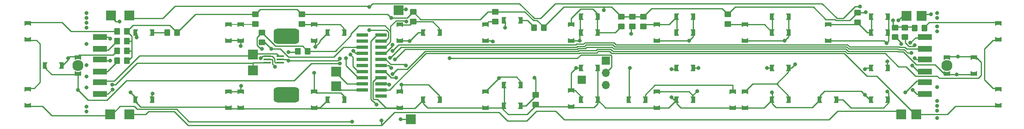
<source format=gbr>
%TF.GenerationSoftware,KiCad,Pcbnew,(6.0.1-0)*%
%TF.CreationDate,2022-12-14T20:54:25+01:00*%
%TF.ProjectId,Blokkendoos_binnenverlichting,426c6f6b-6b65-46e6-946f-6f735f62696e,rev?*%
%TF.SameCoordinates,Original*%
%TF.FileFunction,Copper,L1,Top*%
%TF.FilePolarity,Positive*%
%FSLAX46Y46*%
G04 Gerber Fmt 4.6, Leading zero omitted, Abs format (unit mm)*
G04 Created by KiCad (PCBNEW (6.0.1-0)) date 2022-12-14 20:54:25*
%MOMM*%
%LPD*%
G01*
G04 APERTURE LIST*
G04 Aperture macros list*
%AMRoundRect*
0 Rectangle with rounded corners*
0 $1 Rounding radius*
0 $2 $3 $4 $5 $6 $7 $8 $9 X,Y pos of 4 corners*
0 Add a 4 corners polygon primitive as box body*
4,1,4,$2,$3,$4,$5,$6,$7,$8,$9,$2,$3,0*
0 Add four circle primitives for the rounded corners*
1,1,$1+$1,$2,$3*
1,1,$1+$1,$4,$5*
1,1,$1+$1,$6,$7*
1,1,$1+$1,$8,$9*
0 Add four rect primitives between the rounded corners*
20,1,$1+$1,$2,$3,$4,$5,0*
20,1,$1+$1,$4,$5,$6,$7,0*
20,1,$1+$1,$6,$7,$8,$9,0*
20,1,$1+$1,$8,$9,$2,$3,0*%
%AMFreePoly0*
4,1,32,0.252355,0.660355,0.267000,0.625000,0.267000,-0.625000,0.252355,-0.660355,0.217000,-0.675000,-0.638000,-0.675000,-0.648491,-0.670654,-0.659828,-0.669984,-0.665486,-0.663615,-0.673355,-0.660355,-0.677701,-0.649864,-0.685243,-0.641373,-0.684740,-0.632870,-0.688000,-0.625000,-0.683654,-0.614509,-0.682984,-0.603172,-0.538452,-0.305318,-0.496471,0.000000,-0.538452,0.305318,-0.682984,0.603172,
-0.683654,0.614509,-0.688000,0.625000,-0.684740,0.632870,-0.685243,0.641373,-0.677701,0.649864,-0.673355,0.660355,-0.665486,0.663615,-0.659828,0.669984,-0.648491,0.670654,-0.638000,0.675000,0.217000,0.675000,0.252355,0.660355,0.252355,0.660355,$1*%
G04 Aperture macros list end*
%TA.AperFunction,SMDPad,CuDef*%
%ADD10R,3.000000X1.200000*%
%TD*%
%TA.AperFunction,SMDPad,CuDef*%
%ADD11FreePoly0,180.000000*%
%TD*%
%TA.AperFunction,SMDPad,CuDef*%
%ADD12FreePoly0,0.000000*%
%TD*%
%TA.AperFunction,SMDPad,CuDef*%
%ADD13RoundRect,0.250000X-0.450000X0.350000X-0.450000X-0.350000X0.450000X-0.350000X0.450000X0.350000X0*%
%TD*%
%TA.AperFunction,SMDPad,CuDef*%
%ADD14FreePoly0,270.000000*%
%TD*%
%TA.AperFunction,SMDPad,CuDef*%
%ADD15FreePoly0,90.000000*%
%TD*%
%TA.AperFunction,SMDPad,CuDef*%
%ADD16RoundRect,0.250000X-0.350000X-0.450000X0.350000X-0.450000X0.350000X0.450000X-0.350000X0.450000X0*%
%TD*%
%TA.AperFunction,SMDPad,CuDef*%
%ADD17R,2.000000X2.000000*%
%TD*%
%TA.AperFunction,ComponentPad*%
%ADD18R,1.700000X1.700000*%
%TD*%
%TA.AperFunction,ComponentPad*%
%ADD19O,1.700000X1.700000*%
%TD*%
%TA.AperFunction,SMDPad,CuDef*%
%ADD20RoundRect,0.250000X0.350000X0.450000X-0.350000X0.450000X-0.350000X-0.450000X0.350000X-0.450000X0*%
%TD*%
%TA.AperFunction,ComponentPad*%
%ADD21RoundRect,0.805000X-1.860000X-0.805000X1.860000X-0.805000X1.860000X0.805000X-1.860000X0.805000X0*%
%TD*%
%TA.AperFunction,SMDPad,CuDef*%
%ADD22R,1.500000X0.400000*%
%TD*%
%TA.AperFunction,SMDPad,CuDef*%
%ADD23RoundRect,0.250000X0.450000X-0.350000X0.450000X0.350000X-0.450000X0.350000X-0.450000X-0.350000X0*%
%TD*%
%TA.AperFunction,SMDPad,CuDef*%
%ADD24R,2.400000X0.740000*%
%TD*%
%TA.AperFunction,WasherPad*%
%ADD25C,2.300000*%
%TD*%
%TA.AperFunction,ViaPad*%
%ADD26C,0.800000*%
%TD*%
%TA.AperFunction,Conductor*%
%ADD27C,0.250000*%
%TD*%
%TA.AperFunction,Conductor*%
%ADD28C,0.200000*%
%TD*%
G04 APERTURE END LIST*
D10*
%TO.P,D39,1,K*%
%TO.N,Net-(D39-Pad1)*%
X85600000Y-5950000D03*
%TO.P,D39,2,A*%
%TO.N,Net-(D39-Pad2)*%
X85600000Y-3450000D03*
%TD*%
D11*
%TO.P,D13,1,K*%
%TO.N,Net-(D13-Pad1)*%
X-18664000Y6858000D03*
D12*
%TO.P,D13,2,A*%
%TO.N,Net-(D13-Pad2)*%
X-14864000Y6858000D03*
%TD*%
D13*
%TO.P,R21,1*%
%TO.N,VPP*%
X81468000Y7900000D03*
%TO.P,R21,2*%
%TO.N,Net-(D40-Pad2)*%
X81468000Y5900000D03*
%TD*%
D12*
%TO.P,D19,1,K*%
%TO.N,Net-(D19-Pad1)*%
X37714000Y6858000D03*
D11*
%TO.P,D19,2,A*%
%TO.N,Net-(D19-Pad2)*%
X33914000Y6858000D03*
%TD*%
D13*
%TO.P,R12,1*%
%TO.N,VPP*%
X-3556000Y11160000D03*
%TO.P,R12,2*%
%TO.N,Net-(D56-Pad2)*%
X-3556000Y9160000D03*
%TD*%
D14*
%TO.P,D10,1,K*%
%TO.N,/Aux1*%
X-56388000Y-9012000D03*
D15*
%TO.P,D10,2,A*%
%TO.N,Net-(D10-Pad2)*%
X-56388000Y-5212000D03*
%TD*%
D16*
%TO.P,R7,1*%
%TO.N,/Aux5*%
X-44500000Y3000000D03*
%TO.P,R7,2*%
%TO.N,GND*%
X-42500000Y3000000D03*
%TD*%
D14*
%TO.P,D51,1,K*%
%TO.N,/Aux1*%
X-23368000Y-9012000D03*
D15*
%TO.P,D51,2,A*%
%TO.N,Net-(D13-Pad1)*%
X-23368000Y-5212000D03*
%TD*%
D17*
%TO.P,J15,1,Pin_1*%
%TO.N,/Aux6p*%
X-53848000Y2300000D03*
%TD*%
%TO.P,J1,1,Pin_1*%
%TO.N,/Gleis 2*%
X-79500000Y10414000D03*
%TD*%
D14*
%TO.P,D38,1,K*%
%TO.N,/Aux1*%
X-58928000Y-9012000D03*
D15*
%TO.P,D38,2,A*%
%TO.N,Net-(D10-Pad2)*%
X-58928000Y-5212000D03*
%TD*%
D18*
%TO.P,J17,1,Pin_1*%
%TO.N,VPP*%
X19400000Y1025000D03*
D19*
%TO.P,J17,2,Pin_2*%
%TO.N,GND*%
X19400000Y-1515000D03*
%TO.P,J17,3,Pin_3*%
%TO.N,/Charge*%
X19400000Y-4055000D03*
%TD*%
D11*
%TO.P,D17,1,K*%
%TO.N,Net-(D17-Pad1)*%
X14102000Y6858000D03*
D12*
%TO.P,D17,2,A*%
%TO.N,Net-(D17-Pad2)*%
X17902000Y6858000D03*
%TD*%
D20*
%TO.P,R2,1*%
%TO.N,VPP*%
X-80026000Y7112000D03*
%TO.P,R2,2*%
%TO.N,Net-(D3-Pad2)*%
X-82026000Y7112000D03*
%TD*%
D11*
%TO.P,D32,1,K*%
%TO.N,/Aux1*%
X74300000Y-508000D03*
D12*
%TO.P,D32,2,A*%
%TO.N,Net-(D23-Pad1)*%
X78100000Y-508000D03*
%TD*%
D14*
%TO.P,D9,1,K*%
%TO.N,Net-(D10-Pad2)*%
X-56388000Y4958000D03*
D15*
%TO.P,D9,2,A*%
%TO.N,Net-(D50-Pad2)*%
X-56388000Y8758000D03*
%TD*%
D20*
%TO.P,R23,1*%
%TO.N,VPP*%
X-80010000Y1016000D03*
%TO.P,R23,2*%
%TO.N,Net-(D44-Pad2)*%
X-82010000Y1016000D03*
%TD*%
D11*
%TO.P,D27,1,K*%
%TO.N,/Aux1*%
X63632000Y-7112000D03*
D12*
%TO.P,D27,2,A*%
%TO.N,Net-(D23-Pad1)*%
X67432000Y-7112000D03*
%TD*%
%TO.P,D18,1,K*%
%TO.N,/Aux1*%
X17902000Y-7112000D03*
D11*
%TO.P,D18,2,A*%
%TO.N,Net-(D17-Pad1)*%
X14102000Y-7112000D03*
%TD*%
D20*
%TO.P,R1,1*%
%TO.N,VPP*%
X6500000Y7900000D03*
%TO.P,R1,2*%
%TO.N,Net-(D15-Pad2)*%
X4500000Y7900000D03*
%TD*%
D11*
%TO.P,D14,1,K*%
%TO.N,/Aux1*%
X-18664000Y-7112000D03*
D12*
%TO.P,D14,2,A*%
%TO.N,Net-(D13-Pad1)*%
X-14864000Y-7112000D03*
%TD*%
D17*
%TO.P,J9,1,Pin_1*%
%TO.N,/Aux1*%
X84900000Y10300000D03*
%TD*%
D14*
%TO.P,D6,1,K*%
%TO.N,Net-(D2-Pad2)*%
X100838000Y5212000D03*
D15*
%TO.P,D6,2,A*%
%TO.N,Net-(D6-Pad2)*%
X100838000Y9012000D03*
%TD*%
D12*
%TO.P,D36,1,K*%
%TO.N,Net-(D23-Pad1)*%
X78100000Y10160000D03*
D11*
%TO.P,D36,2,A*%
%TO.N,Net-(D23-Pad2)*%
X74300000Y10160000D03*
%TD*%
D10*
%TO.P,D45,1,K*%
%TO.N,/Aux6p*%
X-85560000Y-3450000D03*
%TO.P,D45,2,A*%
%TO.N,Net-(D43-Pad1)*%
X-85560000Y-5950000D03*
%TD*%
%TO.P,D40,1,K*%
%TO.N,/F0r*%
X85600000Y-1250000D03*
%TO.P,D40,2,A*%
%TO.N,Net-(D40-Pad2)*%
X85600000Y1250000D03*
%TD*%
D21*
%TO.P,J16,1,Pin_1*%
%TO.N,/Motor1*%
X-46873000Y6075000D03*
%TO.P,J16,2,Pin_2*%
%TO.N,/Motor2*%
X-46873000Y-6075000D03*
%TD*%
D20*
%TO.P,R5,1*%
%TO.N,VPP*%
X-69612000Y6858000D03*
%TO.P,R5,2*%
%TO.N,Net-(D7-Pad2)*%
X-71612000Y6858000D03*
%TD*%
D17*
%TO.P,J5,1,Pin_1*%
%TO.N,/Aux3*%
X83800000Y-10160000D03*
%TD*%
D13*
%TO.P,R26,1*%
%TO.N,Net-(D15-Pad1)*%
X4800000Y-6100000D03*
%TO.P,R26,2*%
%TO.N,/Aux1*%
X4800000Y-8100000D03*
%TD*%
D17*
%TO.P,J14,1,Pin_1*%
%TO.N,/Aux5p*%
X-53848000Y-1000000D03*
%TD*%
%TO.P,J4,1,Pin_1*%
%TO.N,/Aux2*%
X-83500000Y-10160000D03*
%TD*%
D16*
%TO.P,R4,1*%
%TO.N,VPP*%
X83500000Y7800000D03*
%TO.P,R4,2*%
%TO.N,Net-(D6-Pad2)*%
X85500000Y7800000D03*
%TD*%
D17*
%TO.P,J10,1,Pin_1*%
%TO.N,/Sp1*%
X-36576000Y-1300000D03*
%TD*%
D11*
%TO.P,D24,1,K*%
%TO.N,/Aux1*%
X74300000Y-7112000D03*
D12*
%TO.P,D24,2,A*%
%TO.N,Net-(D23-Pad1)*%
X78100000Y-7112000D03*
%TD*%
D14*
%TO.P,D62,1,K*%
%TO.N,Net-(D21-Pad1)*%
X48260000Y4958000D03*
D15*
%TO.P,D62,2,A*%
%TO.N,Net-(D21-Pad2)*%
X48260000Y8758000D03*
%TD*%
D11*
%TO.P,D12,1,K*%
%TO.N,/Aux1*%
X-38476000Y-7112000D03*
D12*
%TO.P,D12,2,A*%
%TO.N,Net-(D11-Pad1)*%
X-34676000Y-7112000D03*
%TD*%
D17*
%TO.P,J7,1,Pin_1*%
%TO.N,/Gleis 1*%
X-79500000Y-10160000D03*
%TD*%
D11*
%TO.P,D33,1,K*%
%TO.N,Net-(D17-Pad1)*%
X14102000Y10160000D03*
D12*
%TO.P,D33,2,A*%
%TO.N,Net-(D17-Pad2)*%
X17902000Y10160000D03*
%TD*%
D11*
%TO.P,D22,1,K*%
%TO.N,/Aux1*%
X53726000Y-7112000D03*
D12*
%TO.P,D22,2,A*%
%TO.N,Net-(D21-Pad1)*%
X57526000Y-7112000D03*
%TD*%
D10*
%TO.P,D43,1,K*%
%TO.N,Net-(D43-Pad1)*%
X-85560000Y5950000D03*
%TO.P,D43,2,A*%
%TO.N,Net-(D43-Pad2)*%
X-85560000Y3450000D03*
%TD*%
D14*
%TO.P,D3,1,K*%
%TO.N,Net-(D1-Pad2)*%
X-100584000Y5212000D03*
D15*
%TO.P,D3,2,A*%
%TO.N,Net-(D3-Pad2)*%
X-100584000Y9012000D03*
%TD*%
D11*
%TO.P,D8,1,K*%
%TO.N,/Aux1*%
X-78354000Y-7112000D03*
D12*
%TO.P,D8,2,A*%
%TO.N,Net-(D7-Pad1)*%
X-74554000Y-7112000D03*
%TD*%
D11*
%TO.P,D28,1,K*%
%TO.N,/Aux1*%
X-1900000Y-4064000D03*
D12*
%TO.P,D28,2,A*%
%TO.N,Net-(D28-Pad2)*%
X1900000Y-4064000D03*
%TD*%
D22*
%TO.P,Q1,1,S*%
%TO.N,GND*%
X-48200000Y620000D03*
%TO.P,Q1,2,G*%
%TO.N,/Aux5*%
X-48200000Y1270000D03*
%TO.P,Q1,3,D*%
%TO.N,/Aux6p*%
X-48200000Y1920000D03*
%TO.P,Q1,4,S*%
%TO.N,GND*%
X-50860000Y1920000D03*
%TO.P,Q1,5,G*%
%TO.N,/Aux6*%
X-50860000Y1270000D03*
%TO.P,Q1,6,D*%
%TO.N,/Aux5p*%
X-50860000Y620000D03*
%TD*%
D11*
%TO.P,D31,1,K*%
%TO.N,/Aux1*%
X53726000Y-508000D03*
D12*
%TO.P,D31,2,A*%
%TO.N,Net-(D21-Pad1)*%
X57526000Y-508000D03*
%TD*%
D13*
%TO.P,R25,1*%
%TO.N,VPP*%
X-43688000Y10652000D03*
%TO.P,R25,2*%
%TO.N,Net-(D11-Pad2)*%
X-43688000Y8652000D03*
%TD*%
D14*
%TO.P,D49,1,K*%
%TO.N,/Aux1*%
X-41148000Y-9012000D03*
D15*
%TO.P,D49,2,A*%
%TO.N,Net-(D11-Pad1)*%
X-41148000Y-5212000D03*
%TD*%
D13*
%TO.P,R8,1*%
%TO.N,VPP*%
X-20574000Y11160000D03*
%TO.P,R8,2*%
%TO.N,Net-(D13-Pad2)*%
X-20574000Y9160000D03*
%TD*%
D14*
%TO.P,D63,1,K*%
%TO.N,Net-(D23-Pad1)*%
X65532000Y4958000D03*
D15*
%TO.P,D63,2,A*%
%TO.N,Net-(D23-Pad2)*%
X65532000Y8758000D03*
%TD*%
D11*
%TO.P,D11,1,K*%
%TO.N,Net-(D11-Pad1)*%
X-38476000Y6858000D03*
D12*
%TO.P,D11,2,A*%
%TO.N,Net-(D11-Pad2)*%
X-34676000Y6858000D03*
%TD*%
D14*
%TO.P,D60,1,K*%
%TO.N,Net-(D19-Pad1)*%
X29972000Y4958000D03*
D15*
%TO.P,D60,2,A*%
%TO.N,Net-(D19-Pad2)*%
X29972000Y8758000D03*
%TD*%
D12*
%TO.P,D34,1,K*%
%TO.N,Net-(D19-Pad1)*%
X37714000Y10160000D03*
D11*
%TO.P,D34,2,A*%
%TO.N,Net-(D19-Pad2)*%
X33914000Y10160000D03*
%TD*%
D13*
%TO.P,R6,1*%
%TO.N,VPP*%
X-53340000Y10652000D03*
%TO.P,R6,2*%
%TO.N,Net-(D50-Pad2)*%
X-53340000Y8652000D03*
%TD*%
D14*
%TO.P,D57,1,K*%
%TO.N,/Aux1*%
X29972000Y-9012000D03*
D15*
%TO.P,D57,2,A*%
%TO.N,Net-(D19-Pad1)*%
X29972000Y-5212000D03*
%TD*%
D10*
%TO.P,D41,1,K*%
%TO.N,/F0f*%
X85600000Y3450000D03*
%TO.P,D41,2,A*%
%TO.N,Net-(D39-Pad1)*%
X85600000Y5950000D03*
%TD*%
D17*
%TO.P,J12,1,Pin_1*%
%TO.N,/Motor1*%
X-23622000Y11500000D03*
%TD*%
D11*
%TO.P,D30,1,K*%
%TO.N,/Aux1*%
X33914000Y-508000D03*
D12*
%TO.P,D30,2,A*%
%TO.N,Net-(D19-Pad1)*%
X37714000Y-508000D03*
%TD*%
D23*
%TO.P,R22,1*%
%TO.N,Net-(D39-Pad2)*%
X79436000Y5900000D03*
%TO.P,R22,2*%
%TO.N,VPP*%
X79436000Y7900000D03*
%TD*%
D14*
%TO.P,D5,1,K*%
%TO.N,/Aux4*%
X95758000Y-1900000D03*
D15*
%TO.P,D5,2,A*%
%TO.N,Net-(D4-Pad1)*%
X95758000Y1900000D03*
%TD*%
D17*
%TO.P,J8,1,Pin_1*%
%TO.N,/Gleis 1*%
X80700000Y-10160000D03*
%TD*%
D12*
%TO.P,D25,1,K*%
%TO.N,Net-(D25-Pad1)*%
X27808000Y-7112000D03*
D11*
%TO.P,D25,2,A*%
%TO.N,Net-(D25-Pad2)*%
X24008000Y-7112000D03*
%TD*%
D14*
%TO.P,D1,1,K*%
%TO.N,/Aux2*%
X-100584000Y-8504000D03*
D15*
%TO.P,D1,2,A*%
%TO.N,Net-(D1-Pad2)*%
X-100584000Y-4704000D03*
%TD*%
D11*
%TO.P,D4,1,K*%
%TO.N,Net-(D4-Pad1)*%
X-97150000Y0D03*
D12*
%TO.P,D4,2,A*%
%TO.N,Net-(D4-Pad2)*%
X-93350000Y0D03*
%TD*%
%TO.P,D21,1,K*%
%TO.N,Net-(D21-Pad1)*%
X57526000Y6858000D03*
D11*
%TO.P,D21,2,A*%
%TO.N,Net-(D21-Pad2)*%
X53726000Y6858000D03*
%TD*%
D17*
%TO.P,J11,1,Pin_1*%
%TO.N,/Sp2*%
X-36600000Y-4300000D03*
%TD*%
D24*
%TO.P,J2,1,Pin_1*%
%TO.N,unconnected-(J2-Pad1)*%
X-31160000Y6350000D03*
%TO.P,J2,2,Pin_2*%
%TO.N,unconnected-(J2-Pad2)*%
X-31160000Y5080000D03*
%TO.P,J2,3,Pin_3*%
%TO.N,/Aux6*%
X-31160000Y3810000D03*
%TO.P,J2,4,Pin_4*%
%TO.N,/Aux4*%
X-31160000Y2540000D03*
%TO.P,J2,5,Pin_5*%
%TO.N,unconnected-(J2-Pad5)*%
X-31160000Y1270000D03*
%TO.P,J2,6,Pin_6*%
%TO.N,unconnected-(J2-Pad6)*%
X-31160000Y0D03*
%TO.P,J2,7,Pin_7*%
%TO.N,/F0r*%
X-31160000Y-1270000D03*
%TO.P,J2,8,Pin_8*%
%TO.N,/F0f*%
X-31160000Y-2540000D03*
%TO.P,J2,9,Pin_9*%
%TO.N,/Sp1*%
X-31160000Y-3810000D03*
%TO.P,J2,10,Pin_10*%
%TO.N,/Sp2*%
X-31160000Y-5080000D03*
%TO.P,J2,12,Pin_12*%
%TO.N,unconnected-(J2-Pad12)*%
X-27260000Y-6350000D03*
%TO.P,J2,13,Pin_13*%
%TO.N,/Aux3*%
X-27260000Y-5080000D03*
%TO.P,J2,14,Pin_14*%
%TO.N,/Aux2*%
X-27260000Y-3810000D03*
%TO.P,J2,15,Pin_15*%
%TO.N,/Aux1*%
X-27260000Y-2540000D03*
%TO.P,J2,16,Pin_16*%
%TO.N,VPP*%
X-27260000Y-1270000D03*
%TO.P,J2,17,Pin_17*%
%TO.N,/Aux5*%
X-27260000Y0D03*
%TO.P,J2,18,Pin_18*%
%TO.N,/Motor2*%
X-27260000Y1270000D03*
%TO.P,J2,19,Pin_19*%
%TO.N,/Motor1*%
X-27260000Y2540000D03*
%TO.P,J2,20,Pin_20*%
%TO.N,GND*%
X-27260000Y3810000D03*
%TO.P,J2,21,Pin_21*%
%TO.N,/Gleis 2*%
X-27260000Y5080000D03*
%TO.P,J2,22,Pin_22*%
%TO.N,/Gleis 1*%
X-27260000Y6350000D03*
%TD*%
D11*
%TO.P,D20,1,K*%
%TO.N,/Aux1*%
X33914000Y-7112000D03*
D12*
%TO.P,D20,2,A*%
%TO.N,Net-(D19-Pad1)*%
X37714000Y-7112000D03*
%TD*%
D14*
%TO.P,D53,1,K*%
%TO.N,/Aux1*%
X-5588000Y-9012000D03*
D15*
%TO.P,D53,2,A*%
%TO.N,Net-(D28-Pad2)*%
X-5588000Y-5212000D03*
%TD*%
D20*
%TO.P,R3,1*%
%TO.N,VPP*%
X-80026000Y3048000D03*
%TO.P,R3,2*%
%TO.N,Net-(D4-Pad2)*%
X-82026000Y3048000D03*
%TD*%
D25*
%TO.P,D47,*%
%TO.N,*%
X-90170000Y0D03*
D14*
%TO.P,D47,1,K*%
%TO.N,Net-(D4-Pad1)*%
X-90170000Y-1900000D03*
D15*
%TO.P,D47,2,A*%
%TO.N,Net-(D4-Pad2)*%
X-90170000Y1900000D03*
%TD*%
D18*
%TO.P,J18,1,Pin_1*%
%TO.N,/Charge*%
X14375000Y-3000000D03*
%TD*%
D25*
%TO.P,D48,*%
%TO.N,*%
X90170000Y0D03*
D14*
%TO.P,D48,1,K*%
%TO.N,/Aux4*%
X90170000Y-1900000D03*
D15*
%TO.P,D48,2,A*%
%TO.N,Net-(D4-Pad1)*%
X90170000Y1900000D03*
%TD*%
D23*
%TO.P,R9,1*%
%TO.N,/Aux6*%
X-52000000Y4842000D03*
%TO.P,R9,2*%
%TO.N,GND*%
X-52000000Y6842000D03*
%TD*%
D17*
%TO.P,J13,1,Pin_1*%
%TO.N,/Motor2*%
X-21082000Y-11176000D03*
%TD*%
D14*
%TO.P,D50,1,K*%
%TO.N,Net-(D10-Pad2)*%
X-58928000Y4958000D03*
D15*
%TO.P,D50,2,A*%
%TO.N,Net-(D50-Pad2)*%
X-58928000Y8758000D03*
%TD*%
D17*
%TO.P,J3,1,Pin_1*%
%TO.N,/Gleis 2*%
X81800000Y10300000D03*
%TD*%
D14*
%TO.P,D26,1,K*%
%TO.N,/Aux1*%
X45720000Y-9012000D03*
D15*
%TO.P,D26,2,A*%
%TO.N,Net-(D25-Pad1)*%
X45720000Y-5212000D03*
%TD*%
D12*
%TO.P,D35,1,K*%
%TO.N,Net-(D21-Pad1)*%
X57526000Y10160000D03*
D11*
%TO.P,D35,2,A*%
%TO.N,Net-(D21-Pad2)*%
X53726000Y10160000D03*
%TD*%
D10*
%TO.P,D44,1,K*%
%TO.N,/Aux5p*%
X-85560000Y1250000D03*
%TO.P,D44,2,A*%
%TO.N,Net-(D44-Pad2)*%
X-85560000Y-1250000D03*
%TD*%
D14*
%TO.P,D52,1,K*%
%TO.N,Net-(D11-Pad1)*%
X-41148000Y4958000D03*
D15*
%TO.P,D52,2,A*%
%TO.N,Net-(D11-Pad2)*%
X-41148000Y8758000D03*
%TD*%
D14*
%TO.P,D2,1,K*%
%TO.N,/Aux3*%
X100838000Y-8504000D03*
D15*
%TO.P,D2,2,A*%
%TO.N,Net-(D2-Pad2)*%
X100838000Y-4704000D03*
%TD*%
D11*
%TO.P,D7,1,K*%
%TO.N,Net-(D7-Pad1)*%
X-78354000Y6858000D03*
D12*
%TO.P,D7,2,A*%
%TO.N,Net-(D7-Pad2)*%
X-74554000Y6858000D03*
%TD*%
D13*
%TO.P,R11,1*%
%TO.N,VPP*%
X27178000Y10144000D03*
%TO.P,R11,2*%
%TO.N,Net-(D19-Pad2)*%
X27178000Y8144000D03*
%TD*%
D12*
%TO.P,D23,1,K*%
%TO.N,Net-(D23-Pad1)*%
X78100000Y6858000D03*
D11*
%TO.P,D23,2,A*%
%TO.N,Net-(D23-Pad2)*%
X74300000Y6858000D03*
%TD*%
D12*
%TO.P,D29,1,K*%
%TO.N,/Aux1*%
X17902000Y-508000D03*
D11*
%TO.P,D29,2,A*%
%TO.N,Net-(D17-Pad1)*%
X14102000Y-508000D03*
%TD*%
D14*
%TO.P,D54,1,K*%
%TO.N,Net-(D13-Pad1)*%
X-23368000Y4958000D03*
D15*
%TO.P,D54,2,A*%
%TO.N,Net-(D13-Pad2)*%
X-23368000Y8758000D03*
%TD*%
D11*
%TO.P,D15,1,K*%
%TO.N,Net-(D15-Pad1)*%
X-1900000Y9398000D03*
D12*
%TO.P,D15,2,A*%
%TO.N,Net-(D15-Pad2)*%
X1900000Y9398000D03*
%TD*%
D13*
%TO.P,R13,1*%
%TO.N,VPP*%
X71628000Y11007600D03*
%TO.P,R13,2*%
%TO.N,Net-(D23-Pad2)*%
X71628000Y9007600D03*
%TD*%
%TO.P,R10,1*%
%TO.N,VPP*%
X22606000Y10144000D03*
%TO.P,R10,2*%
%TO.N,Net-(D17-Pad2)*%
X22606000Y8144000D03*
%TD*%
D14*
%TO.P,D56,1,K*%
%TO.N,Net-(D28-Pad2)*%
X-5588000Y4958000D03*
D15*
%TO.P,D56,2,A*%
%TO.N,Net-(D56-Pad2)*%
X-5588000Y8758000D03*
%TD*%
D14*
%TO.P,D58,1,K*%
%TO.N,Net-(D17-Pad1)*%
X12192000Y4958000D03*
D15*
%TO.P,D58,2,A*%
%TO.N,Net-(D17-Pad2)*%
X12192000Y8758000D03*
%TD*%
D20*
%TO.P,R24,1*%
%TO.N,VPP*%
X-80026000Y5080000D03*
%TO.P,R24,2*%
%TO.N,Net-(D43-Pad2)*%
X-82026000Y5080000D03*
%TD*%
D13*
%TO.P,R14,1*%
%TO.N,VPP*%
X24892000Y10144000D03*
%TO.P,R14,2*%
%TO.N,Net-(D25-Pad2)*%
X24892000Y8144000D03*
%TD*%
D17*
%TO.P,J6,1,Pin_1*%
%TO.N,/Aux1*%
X-83312000Y10414000D03*
%TD*%
D13*
%TO.P,R17,1*%
%TO.N,VPP*%
X44704000Y10652000D03*
%TO.P,R17,2*%
%TO.N,Net-(D21-Pad2)*%
X44704000Y8652000D03*
%TD*%
D14*
%TO.P,D59,1,K*%
%TO.N,/Aux1*%
X48260000Y-9012000D03*
D15*
%TO.P,D59,2,A*%
%TO.N,Net-(D21-Pad1)*%
X48260000Y-5212000D03*
%TD*%
D14*
%TO.P,D55,1,K*%
%TO.N,/Aux1*%
X12192000Y-8758000D03*
D15*
%TO.P,D55,2,A*%
%TO.N,Net-(D17-Pad1)*%
X12192000Y-4958000D03*
%TD*%
D11*
%TO.P,D16,1,K*%
%TO.N,/Aux1*%
X-1900000Y-8382000D03*
D12*
%TO.P,D16,2,A*%
%TO.N,Net-(D15-Pad1)*%
X1900000Y-8382000D03*
%TD*%
D26*
%TO.N,*%
X-88392000Y10922000D03*
X-88392000Y-2286000D03*
X-88392000Y-8534400D03*
X-88392000Y7874000D03*
X88138000Y-10922000D03*
X88138000Y-4521200D03*
X-88392000Y-4572000D03*
X88138000Y7112000D03*
X-88392000Y9906000D03*
X-88392000Y-9550400D03*
X88138000Y8128000D03*
X88138000Y-7366000D03*
X-88392000Y50800D03*
X88138000Y-9398000D03*
X88138000Y10922000D03*
X88138000Y9906000D03*
X-88392000Y8890000D03*
X88138000Y-8382000D03*
X-88392000Y4521200D03*
%TO.N,/F0f*%
X-34544000Y1524000D03*
X-24892000Y3048000D03*
%TO.N,Net-(D39-Pad2)*%
X80700000Y4500000D03*
X81534000Y-5588000D03*
%TO.N,/F0r*%
X82775500Y2623988D03*
X-33621198Y2249522D03*
X-25402603Y1630253D03*
X82987701Y-12299D03*
%TO.N,/Aux2*%
X-33274000Y-11684000D03*
X-25557299Y-3967299D03*
%TO.N,/Aux1*%
X-81500000Y9144000D03*
X52832000Y-508000D03*
X33020000Y-762000D03*
X53848000Y-5588000D03*
X73152000Y-762000D03*
X86868000Y10668000D03*
X73152000Y-6096000D03*
X-79248000Y-5588000D03*
X33020000Y-6604000D03*
%TO.N,/Motor2*%
X-22098000Y0D03*
X-23200000Y-11200000D03*
%TO.N,/Motor1*%
X-22098000Y11684000D03*
X-24892000Y4318000D03*
%TO.N,/Gleis 2*%
X-29718000Y12192000D03*
X-29718000Y7366000D03*
X80100000Y9400000D03*
X72177402Y12282501D03*
%TO.N,/Gleis 1*%
X-28194000Y-8128000D03*
X-27178000Y-11430000D03*
%TO.N,Net-(D7-Pad1)*%
X-74676000Y-5842000D03*
X-77978000Y5842000D03*
%TO.N,Net-(D4-Pad1)*%
X-24892000Y-1778000D03*
X92486400Y1900000D03*
X-35800000Y400000D03*
X-90170000Y-5080000D03*
%TO.N,Net-(D4-Pad2)*%
X-92202000Y1524000D03*
%TO.N,VPP*%
X73355200Y11125200D03*
X19000000Y11500000D03*
X-24130000Y-2540000D03*
X79000000Y9400000D03*
X-25146000Y9906000D03*
%TO.N,Net-(D13-Pad1)*%
X-23033951Y-3941451D03*
X-21336000Y5078665D03*
%TO.N,Net-(D15-Pad1)*%
X4572000Y-2540000D03*
X-1524000Y7874000D03*
%TO.N,Net-(D10-Pad2)*%
X-56256701Y-4195299D03*
X-56388000Y4064000D03*
%TO.N,Net-(D11-Pad1)*%
X-41148000Y-1524000D03*
X-40894000Y3899500D03*
%TO.N,/Aux4*%
X92222400Y-1900000D03*
X-33020000Y3048000D03*
X-24384000Y1270000D03*
%TO.N,Net-(D17-Pad1)*%
X13959226Y5172542D03*
X13208000Y-508000D03*
%TO.N,Net-(D19-Pad1)*%
X36686500Y5188338D03*
X38354000Y-5334000D03*
X38608000Y-508000D03*
%TO.N,Net-(D21-Pad1)*%
X58674000Y254000D03*
X56498500Y5188338D03*
%TO.N,Net-(D23-Pad1)*%
X77811698Y-5430296D03*
X77815875Y863735D03*
X77681930Y4623521D03*
%TO.N,Net-(D39-Pad1)*%
X83053615Y-5092983D03*
X82600000Y4700000D03*
%TO.N,Net-(D25-Pad2)*%
X24384000Y-508000D03*
X24638000Y6604000D03*
%TO.N,Net-(D28-Pad2)*%
X-2766479Y-2639479D03*
X-4064000Y5022544D03*
%TO.N,Net-(D43-Pad1)*%
X-83000000Y-5000000D03*
X-83500000Y5588000D03*
%TO.N,Net-(D40-Pad2)*%
X83500738Y4266782D03*
X83512299Y1512299D03*
%TO.N,/Aux6*%
X-50000000Y3500000D03*
X-49245712Y-240076D03*
%TO.N,/Aux5*%
X-35816027Y1399374D03*
X-46465526Y2809146D03*
X-46500000Y1000000D03*
X-25146000Y-508000D03*
%TO.N,GND*%
X-52000000Y3500000D03*
X-13000000Y1500000D03*
X-22018676Y9181500D03*
X-52207735Y1515980D03*
%TO.N,/Aux5p*%
X-83020500Y-4000000D03*
X-83500000Y1000000D03*
%TD*%
D27*
%TO.N,/F0f*%
X70032703Y3875499D02*
X69560647Y4347555D01*
X-31990000Y-2540000D02*
X-34544000Y14000D01*
X21130964Y4747553D02*
X15069033Y4747553D01*
X-34544000Y14000D02*
X-34544000Y1524000D01*
X13119521Y4298041D02*
X-23641959Y4298041D01*
X80299901Y3875499D02*
X70032703Y3875499D01*
X21530960Y4347557D02*
X21130964Y4747553D01*
X13269522Y4448042D02*
X13119521Y4298041D01*
X85600000Y3450000D02*
X81821408Y3450000D01*
X14769523Y4448043D02*
X13269522Y4448042D01*
X80399901Y3775499D02*
X80299901Y3875499D01*
X81821408Y3450000D02*
X81495909Y3775499D01*
X-23641959Y4298041D02*
X-24892000Y3048000D01*
X-31160000Y-2540000D02*
X-31990000Y-2540000D01*
X81495909Y3775499D02*
X80399901Y3775499D01*
X69560647Y4347555D02*
X21530960Y4347557D01*
X15069033Y4747553D02*
X14769523Y4448043D01*
%TO.N,Net-(D39-Pad2)*%
X80700000Y4736000D02*
X80700000Y4500000D01*
X83872000Y-3250000D02*
X86500000Y-3250000D01*
X81534000Y-5588000D02*
X83872000Y-3250000D01*
X79436000Y6000000D02*
X80700000Y4736000D01*
%TO.N,/F0r*%
X-33078489Y-181511D02*
X-33078489Y1706813D01*
X81309716Y3325988D02*
X82011716Y2623988D01*
X85600000Y-1250000D02*
X84225402Y-1250000D01*
X80113707Y3425989D02*
X80213708Y3325988D01*
X14955716Y3998532D02*
X15255227Y4298043D01*
X69374455Y3898043D02*
X69846510Y3425988D01*
X-25285147Y1630253D02*
X-23066870Y3848530D01*
X80213708Y3325988D02*
X81309716Y3325988D01*
X-33078489Y1706813D02*
X-33621198Y2249522D01*
X-31990000Y-1270000D02*
X-33078489Y-181511D01*
X13305715Y3848531D02*
X13455715Y3998531D01*
X13455715Y3998531D02*
X14955716Y3998532D01*
X-25402603Y1630253D02*
X-25285147Y1630253D01*
X82011716Y2623988D02*
X82775500Y2623988D01*
X20844774Y4298043D02*
X21244774Y3898043D01*
X84225402Y-1250000D02*
X82987701Y-12299D01*
X-31160000Y-1270000D02*
X-31990000Y-1270000D01*
X-23066870Y3848530D02*
X13305715Y3848531D01*
X69846510Y3425988D02*
X80113707Y3425989D01*
X15255227Y4298043D02*
X20844774Y4298043D01*
X21244774Y3898043D02*
X69374455Y3898043D01*
X86360000Y-1250000D02*
X84308000Y-1250000D01*
%TO.N,Net-(D43-Pad2)*%
X-82026000Y5080000D02*
X-83856000Y3250000D01*
X-83856000Y3250000D02*
X-86360000Y3250000D01*
%TO.N,Net-(D6-Pad2)*%
X85500000Y8000000D02*
X86512000Y9012000D01*
X86512000Y9012000D02*
X100838000Y9012000D01*
%TO.N,/Sp1*%
X-31160000Y-3810000D02*
X-34290000Y-3810000D01*
X-34290000Y-3810000D02*
X-36576000Y-1524000D01*
%TO.N,/Sp2*%
X-35560000Y-5080000D02*
X-36576000Y-4064000D01*
X-31160000Y-5080000D02*
X-35560000Y-5080000D01*
%TO.N,/Aux3*%
X20686194Y2549510D02*
X20786194Y2549510D01*
X20786194Y2549510D02*
X20835704Y2500000D01*
X68865386Y2500000D02*
X73549786Y-2184400D01*
X13864296Y2500000D02*
X14014296Y2650000D01*
X-17937696Y2500000D02*
X13864296Y2500000D01*
X75590400Y-2184400D02*
X83566000Y-10160000D01*
X17514296Y2650000D02*
X17813807Y2949511D01*
X20485704Y2650000D02*
X20585705Y2649999D01*
X73549786Y-2184400D02*
X75590400Y-2184400D01*
X20585705Y2649999D02*
X20686194Y2549510D01*
X20186194Y2949510D02*
X20485704Y2650000D01*
X100838000Y-8504000D02*
X91917000Y-8504000D01*
X-27260000Y-5080000D02*
X-25517696Y-5080000D01*
X90261000Y-10160000D02*
X83566000Y-10160000D01*
X91917000Y-8504000D02*
X90261000Y-10160000D01*
X20835704Y2500000D02*
X68865386Y2500000D01*
X-25517696Y-5080000D02*
X-17937696Y2500000D01*
X17813807Y2949511D02*
X20186194Y2949510D01*
X14014296Y2650000D02*
X17514296Y2650000D01*
%TO.N,/Aux2*%
X-95586000Y-10414000D02*
X-83312000Y-10414000D01*
X-67106800Y-11684000D02*
X-33274000Y-11684000D01*
X-69697600Y-9093200D02*
X-67106800Y-11684000D01*
X-78500000Y-8500000D02*
X-77906800Y-9093200D01*
X-77906800Y-9093200D02*
X-69697600Y-9093200D01*
X-97496000Y-8504000D02*
X-95586000Y-10414000D01*
X-27260000Y-3810000D02*
X-25714598Y-3810000D01*
X-25714598Y-3810000D02*
X-25557299Y-3967299D01*
X-81398000Y-8500000D02*
X-78500000Y-8500000D01*
X-100584000Y-8504000D02*
X-97496000Y-8504000D01*
X-83312000Y-10414000D02*
X-81398000Y-8500000D01*
%TO.N,/Aux1*%
X19341324Y-8781662D02*
X17671662Y-7112000D01*
X-1669662Y-8382000D02*
X-2069324Y-8781662D01*
X-28956000Y-6873022D02*
X-28956000Y-3406000D01*
X-41148000Y-9012000D02*
X-56388000Y-9012000D01*
X-83312000Y10148000D02*
X-83312000Y10414000D01*
X12401938Y-8737600D02*
X12192000Y-8527662D01*
X73152000Y-6096000D02*
X72390000Y-5334000D01*
X54709438Y-8737600D02*
X53956338Y-7984500D01*
X-28007489Y-7044511D02*
X-28784511Y-7044511D01*
X-17636500Y-8781662D02*
X-18433662Y-7984500D01*
X53956338Y-7984500D02*
X53956338Y-7112000D01*
X34941500Y-8781662D02*
X34144338Y-7984500D01*
X-18433662Y-7984500D02*
X-18433662Y-7112000D01*
X3032000Y-10160000D02*
X4826000Y-8366000D01*
X33020000Y-762000D02*
X33890338Y-762000D01*
X48260000Y-8781662D02*
X52286676Y-8781662D01*
X17671662Y-7984500D02*
X16918562Y-8737600D01*
X-82308000Y9144000D02*
X-83312000Y10148000D01*
X12192000Y-8527662D02*
X4987662Y-8527662D01*
X17671662Y-508000D02*
X17671662Y-7112000D01*
X63862338Y-7112000D02*
X62236738Y-8737600D01*
X32474676Y-8781662D02*
X29972000Y-8781662D01*
X-41022542Y-8888458D02*
X-41148000Y-8763000D01*
X4987662Y-8527662D02*
X4826000Y-8366000D01*
X74168000Y-7112000D02*
X73152000Y-6096000D01*
X16918562Y-8737600D02*
X12401938Y-8737600D01*
X-82308000Y9144000D02*
X-81500000Y9144000D01*
X74300000Y-7112000D02*
X74168000Y-7112000D01*
X84836000Y10668000D02*
X84582000Y10414000D01*
X63862338Y-6239500D02*
X63862338Y-7112000D01*
X74530338Y-508000D02*
X73406000Y-508000D01*
X86868000Y10668000D02*
X84836000Y10668000D01*
X72390000Y-5334000D02*
X64767838Y-5334000D01*
X-18415000Y-7112000D02*
X-20191458Y-8888458D01*
X-2069324Y-8781662D02*
X-5588000Y-8781662D01*
X29972000Y-8781662D02*
X19341324Y-8781662D01*
X-77114400Y-8636000D02*
X-59304000Y-8636000D01*
X73406000Y-508000D02*
X73152000Y-762000D01*
X64767838Y-5334000D02*
X63862338Y-6239500D01*
X34144338Y-7984500D02*
X34144338Y-7112000D01*
X52286676Y-8781662D02*
X53956338Y-7112000D01*
X-59304000Y-8636000D02*
X-58928000Y-9012000D01*
X-39878000Y-8763000D02*
X-38227000Y-7112000D01*
X-28784511Y-7044511D02*
X-28956000Y-6873022D01*
X62236738Y-8737600D02*
X54709438Y-8737600D01*
X-28956000Y-3406000D02*
X-28090000Y-2540000D01*
X-28090000Y-2540000D02*
X-27260000Y-2540000D01*
X34144338Y-7112000D02*
X33528000Y-7112000D01*
X45720000Y-8781662D02*
X34941500Y-8781662D01*
X-78354000Y-7396400D02*
X-77114400Y-8636000D01*
X-78354000Y-7112000D02*
X-78354000Y-7396400D01*
X-863600Y-10160000D02*
X3032000Y-10160000D01*
X-1669662Y-4064000D02*
X-1669662Y-8382000D01*
X-20191458Y-8888458D02*
X-41022542Y-8888458D01*
X45720000Y-8781662D02*
X48260000Y-8781662D01*
X53956338Y-7112000D02*
X53956338Y-5696338D01*
X-1900000Y-8382000D02*
X-1900000Y-9123600D01*
X34144338Y-7112000D02*
X32474676Y-8781662D01*
X-23368000Y-8781662D02*
X-26270338Y-8781662D01*
X33528000Y-7112000D02*
X33020000Y-6604000D01*
X17671662Y-7112000D02*
X17671662Y-7984500D01*
X-78123662Y-6712338D02*
X-79248000Y-5588000D01*
X33890338Y-762000D02*
X34144338Y-508000D01*
X-56388000Y-9012000D02*
X-58928000Y-9012000D01*
X53956338Y-5696338D02*
X53848000Y-5588000D01*
X-26270338Y-8781662D02*
X-28007489Y-7044511D01*
X52832000Y-508000D02*
X53956338Y-508000D01*
X-41148000Y-8763000D02*
X-39878000Y-8763000D01*
X-78123662Y-7112000D02*
X-78123662Y-6712338D01*
X-5588000Y-8781662D02*
X-17636500Y-8781662D01*
X-1900000Y-9123600D02*
X-863600Y-10160000D01*
%TO.N,/Motor2*%
X-22314501Y216501D02*
X-22098000Y0D01*
X-22098000Y-11176000D02*
X-21082000Y-11176000D01*
X-23200000Y-11200000D02*
X-22122000Y-11200000D01*
X-26288296Y1270000D02*
X-25234797Y216501D01*
X-25234797Y216501D02*
X-22314501Y216501D01*
X-27260000Y1270000D02*
X-26288296Y1270000D01*
X-22122000Y-11200000D02*
X-22098000Y-11176000D01*
%TO.N,/Motor1*%
X-24892000Y4078000D02*
X-24892000Y4318000D01*
X-22098000Y11684000D02*
X-23622000Y11684000D01*
X-26430000Y2540000D02*
X-24892000Y4078000D01*
X-27260000Y2540000D02*
X-26430000Y2540000D01*
%TO.N,/Gleis 2*%
X8917355Y12900000D02*
X5843834Y9826479D01*
X64300000Y12900000D02*
X8917355Y12900000D01*
X-29010000Y12900000D02*
X-29718000Y12192000D01*
X-26430000Y5080000D02*
X-25722511Y5787489D01*
X-72566166Y9826479D02*
X-78912479Y9826479D01*
X81000000Y10300000D02*
X80100000Y9400000D01*
X-78912479Y9826479D02*
X-79500000Y10414000D01*
X-30018000Y12400000D02*
X-69992645Y12400000D01*
X-25722511Y6925807D02*
X-26162704Y7366000D01*
X72177402Y12282501D02*
X71169856Y12282501D01*
X-25722511Y5787489D02*
X-25722511Y6925807D01*
X68713834Y9826479D02*
X67373521Y9826479D01*
X-26162704Y7366000D02*
X-29718000Y7366000D01*
X71169856Y12282501D02*
X68713834Y9826479D01*
X4560166Y9826479D02*
X1486645Y12900000D01*
X1486645Y12900000D02*
X-29010000Y12900000D01*
X-27260000Y5080000D02*
X-26430000Y5080000D01*
X81800000Y10300000D02*
X81000000Y10300000D01*
X67373521Y9826479D02*
X64300000Y12900000D01*
X5843834Y9826479D02*
X4560166Y9826479D01*
X-69992645Y12400000D02*
X-72566166Y9826479D01*
%TO.N,/Gleis 1*%
X4984645Y-9500000D02*
X9000000Y-9500000D01*
X9000000Y-9500000D02*
X10726800Y-11226800D01*
X-27260000Y6350000D02*
X-28090000Y6350000D01*
X67461232Y-9447479D02*
X80821479Y-9447479D01*
X-29405510Y5034490D02*
X-29405510Y-7059216D01*
X65681911Y-11226800D02*
X67461232Y-9447479D01*
X-1000000Y-11500000D02*
X2984645Y-11500000D01*
X-27178000Y-11430000D02*
X-27178000Y-12446000D01*
X-79500000Y-10160000D02*
X-76102245Y-10160000D01*
X-76102245Y-10160000D02*
X-75492645Y-9550400D01*
X-29405510Y-7059216D02*
X-28970704Y-7494022D01*
X-28090000Y6350000D02*
X-29405510Y5034490D01*
X-75492645Y-9550400D02*
X-70154800Y-9550400D01*
X-70154800Y-9550400D02*
X-67259200Y-12446000D01*
X2984645Y-11500000D02*
X4984645Y-9500000D01*
X-24433479Y-9701479D02*
X-2798521Y-9701479D01*
X-67259200Y-12446000D02*
X-27178000Y-12446000D01*
X-28970704Y-7494022D02*
X-28827978Y-7494022D01*
X10726800Y-11226800D02*
X65681911Y-11226800D01*
X-2798521Y-9701479D02*
X-1000000Y-11500000D01*
X-28827978Y-7494022D02*
X-28194000Y-8128000D01*
X-27178000Y-12446000D02*
X-24433479Y-9701479D01*
%TO.N,Net-(D7-Pad1)*%
X-74803000Y-7112000D02*
X-74803000Y-5969000D01*
X-74803000Y-5969000D02*
X-74676000Y-5842000D01*
X-77978000Y6712338D02*
X-78123662Y6858000D01*
X-77978000Y5842000D02*
X-77978000Y6712338D01*
%TO.N,Net-(D3-Pad2)*%
X-93472000Y9012000D02*
X-91572000Y7112000D01*
X-82026000Y7112000D02*
X-91572000Y7112000D01*
X-100584000Y9012000D02*
X-93472000Y9012000D01*
%TO.N,Net-(D4-Pad1)*%
X80136296Y-254000D02*
X77382296Y2500000D01*
X96093200Y1900000D02*
X97282000Y711200D01*
X88634501Y-2624501D02*
X88184511Y-2174511D01*
X20771900Y3099508D02*
X20671899Y3099509D01*
X17328103Y3099511D02*
X17200490Y3099510D01*
X92486400Y1900000D02*
X90170000Y1900000D01*
X95758000Y1900000D02*
X92486400Y1900000D01*
X-45280151Y-3116151D02*
X-41764000Y400000D01*
X-18123890Y2949510D02*
X-21797901Y-724501D01*
X-21797901Y-724501D02*
X-23838501Y-724501D01*
X77382296Y2500000D02*
X69501090Y2500000D01*
X-90170000Y-5080000D02*
X-88050000Y-7200000D01*
X17627613Y3399021D02*
X17328103Y3099511D01*
X95758000Y1900000D02*
X96093200Y1900000D01*
X21021897Y2949511D02*
X20972387Y2999021D01*
X-80078151Y-3116151D02*
X-45280151Y-3116151D01*
X-88050000Y-7200000D02*
X-84162000Y-7200000D01*
X83674511Y-2174511D02*
X81754000Y-254000D01*
X-90170000Y-1900000D02*
X-90170000Y-5080000D01*
X69501090Y2500000D02*
X69051579Y2949511D01*
X-84162000Y-7200000D02*
X-80078151Y-3116151D01*
X20872387Y2999021D02*
X20771900Y3099508D01*
X69051579Y2949511D02*
X21021897Y2949511D01*
X-90170000Y-1900000D02*
X-95585200Y-1900000D01*
X96689499Y-2624501D02*
X88634501Y-2624501D01*
X13678103Y2949511D02*
X-18123890Y2949510D01*
X20671899Y3099509D02*
X20372387Y3399021D01*
X20372387Y3399021D02*
X17627613Y3399021D01*
X-23838501Y-724501D02*
X-24892000Y-1778000D01*
X97282000Y711200D02*
X97282000Y-2032000D01*
X97282000Y-2032000D02*
X96689499Y-2624501D01*
X-95585200Y-1900000D02*
X-97150000Y-335200D01*
X17200490Y3099510D02*
X13828102Y3099510D01*
X20972387Y2999021D02*
X20872387Y2999021D01*
X13828102Y3099510D02*
X13678103Y2949511D01*
X-97150000Y-335200D02*
X-97150000Y0D01*
X88184511Y-2174511D02*
X83674511Y-2174511D01*
X81754000Y-254000D02*
X80136296Y-254000D01*
X-41764000Y400000D02*
X-35800000Y400000D01*
%TO.N,Net-(D4-Pad2)*%
X-92202000Y1524000D02*
X-91826000Y1900000D01*
X-92202000Y1524000D02*
X-92202000Y1148000D01*
X-92202000Y1148000D02*
X-93350000Y0D01*
X-91826000Y1900000D02*
X-90170000Y1900000D01*
X-89895489Y2174511D02*
X-82899489Y2174511D01*
X-82899489Y2174511D02*
X-82026000Y3048000D01*
X-90170000Y1900000D02*
X-89895489Y2174511D01*
%TO.N,Net-(D11-Pad2)*%
X-43688000Y8652000D02*
X-43545000Y8509000D01*
X-43545000Y8509000D02*
X-41148000Y8509000D01*
X-34925000Y7733000D02*
X-34925000Y6858000D01*
X-41148000Y8509000D02*
X-35701000Y8509000D01*
X-35701000Y8509000D02*
X-34925000Y7733000D01*
%TO.N,VPP*%
X-25146000Y9906000D02*
X-25892000Y10652000D01*
X24892000Y10144000D02*
X22606000Y10144000D01*
X73237600Y11007600D02*
X73355200Y11125200D01*
X-78994000Y1794000D02*
X-78994000Y3048000D01*
X69997369Y9376969D02*
X67187327Y9376969D01*
X79000000Y8436000D02*
X79436000Y8000000D01*
X-3556000Y11160000D02*
X2590941Y11160000D01*
X27178000Y10144000D02*
X24892000Y10144000D01*
X-26430000Y-1270000D02*
X-25160000Y-2540000D01*
X2590941Y11160000D02*
X4373973Y9376968D01*
X-52341511Y11650489D02*
X-44686489Y11650489D01*
X46244000Y12192000D02*
X44704000Y10652000D01*
X81484000Y8000000D02*
X81468000Y8016000D01*
X19184310Y12184310D02*
X20565690Y12184310D01*
X79000000Y9400000D02*
X79000000Y8436000D01*
X62484000Y12192000D02*
X46244000Y12192000D01*
X6500000Y8000000D02*
X10684310Y12184310D01*
X71628000Y11007600D02*
X73237600Y11007600D01*
X19000000Y11500000D02*
X19000000Y12000000D01*
X-80010000Y1016000D02*
X-79772000Y1016000D01*
X-78994000Y6080000D02*
X-80026000Y7112000D01*
X83500000Y8000000D02*
X81484000Y8000000D01*
X-21828000Y9906000D02*
X-25146000Y9906000D01*
X-78994000Y5080000D02*
X-78994000Y6080000D01*
X-78756000Y8382000D02*
X-77978000Y8382000D01*
X-6652521Y9603479D02*
X-19017479Y9603479D01*
X-71136000Y8382000D02*
X-77978000Y8382000D01*
X-5096000Y11160000D02*
X-6652521Y9603479D01*
X-79772000Y1016000D02*
X-78994000Y1794000D01*
X71628000Y11007600D02*
X69997369Y9376969D01*
X-25160000Y-2540000D02*
X-24130000Y-2540000D01*
X-80026000Y7112000D02*
X-78756000Y8382000D01*
X-53340000Y10652000D02*
X-52341511Y11650489D01*
X-25892000Y10652000D02*
X-25952000Y10652000D01*
X10684310Y12184310D02*
X19184310Y12184310D01*
X5123032Y9376968D02*
X6500000Y8000000D01*
X28870400Y11836400D02*
X27178000Y10144000D01*
X-3556000Y11160000D02*
X-5096000Y11160000D01*
X65072521Y9603479D02*
X62484000Y12192000D01*
X19000000Y12000000D02*
X19184310Y12184310D01*
X81468000Y8016000D02*
X79452000Y8016000D01*
X-78994000Y3048000D02*
X-78994000Y5080000D01*
X20565690Y12184310D02*
X22606000Y10144000D01*
X-44686489Y11650489D02*
X-43688000Y10652000D01*
X4373973Y9376968D02*
X5123032Y9376968D01*
X-65818000Y10652000D02*
X-53340000Y10652000D01*
X66960817Y9603479D02*
X65072521Y9603479D01*
X44704000Y10652000D02*
X43519600Y11836400D01*
X79452000Y8016000D02*
X79436000Y8000000D01*
X-20574000Y11160000D02*
X-21828000Y9906000D01*
X-80000000Y5080000D02*
X-78994000Y5080000D01*
X-69612000Y6858000D02*
X-65818000Y10652000D01*
X67187327Y9376969D02*
X66960817Y9603479D01*
X-27260000Y-1270000D02*
X-26430000Y-1270000D01*
X-69612000Y6858000D02*
X-71136000Y8382000D01*
X-80026000Y3048000D02*
X-78994000Y3048000D01*
X-43688000Y10652000D02*
X-25952000Y10652000D01*
X-19017479Y9603479D02*
X-20574000Y11160000D01*
X43519600Y11836400D02*
X28870400Y11836400D01*
%TO.N,Net-(D13-Pad1)*%
X-17408549Y-3941451D02*
X-23033951Y-3941451D01*
X-23368000Y5188338D02*
X-21445673Y5188338D01*
X-18415000Y6858000D02*
X-19556665Y6858000D01*
X-21445673Y5188338D02*
X-21336000Y5078665D01*
X-15113000Y-7112000D02*
X-15113000Y-6237000D01*
X-23033951Y-3941451D02*
X-23033951Y-4877951D01*
X-19556665Y6858000D02*
X-21336000Y5078665D01*
X-23033951Y-4877951D02*
X-23368000Y-5212000D01*
X-15113000Y-6237000D02*
X-17408549Y-3941451D01*
%TO.N,Net-(D13-Pad2)*%
X-23315999Y8456999D02*
X-21277001Y8456999D01*
X-23368000Y8509000D02*
X-23315999Y8456999D01*
X-16536468Y9153968D02*
X-15113000Y7730500D01*
X-20567968Y9153968D02*
X-16536468Y9153968D01*
X-21277001Y8456999D02*
X-20574000Y9160000D01*
X-15113000Y7730500D02*
X-15113000Y6858000D01*
X-20574000Y9160000D02*
X-20567968Y9153968D01*
%TO.N,Net-(D15-Pad1)*%
X1651000Y-8382000D02*
X2810000Y-8382000D01*
X-1524000Y9252338D02*
X-1669662Y9398000D01*
X2810000Y-8382000D02*
X4826000Y-6366000D01*
X4826000Y-6366000D02*
X4826000Y-2794000D01*
X4826000Y-2794000D02*
X4572000Y-2540000D01*
X-1524000Y7874000D02*
X-1524000Y9252338D01*
%TO.N,Net-(D7-Pad2)*%
X-74803000Y6858000D02*
X-71612000Y6858000D01*
%TO.N,Net-(D10-Pad2)*%
X-56388000Y-5461000D02*
X-56388000Y-4326598D01*
X-56388000Y4064000D02*
X-56388000Y5207000D01*
X-58928000Y5207000D02*
X-56388000Y5207000D01*
X-56388000Y-4326598D02*
X-56256701Y-4195299D01*
X-58928000Y-5461000D02*
X-56388000Y-5461000D01*
D28*
%TO.N,Net-(D50-Pad2)*%
X-53340000Y8652000D02*
X-53483000Y8509000D01*
X-53483000Y8509000D02*
X-56388000Y8509000D01*
X-56388000Y8509000D02*
X-58928000Y8509000D01*
D27*
%TO.N,Net-(D11-Pad1)*%
X-35612521Y-5687479D02*
X-40672521Y-5687479D01*
X-38245662Y6858000D02*
X-39915324Y5188338D01*
X-40894000Y3899500D02*
X-40894000Y4704000D01*
X-40894000Y4704000D02*
X-41148000Y4958000D01*
X-41148000Y-5461000D02*
X-41148000Y-1524000D01*
X-39915324Y5188338D02*
X-39915324Y4878176D01*
X-34676000Y-7112000D02*
X-34676000Y-6624000D01*
X-39915324Y4878176D02*
X-40894000Y3899500D01*
X-34676000Y-6624000D02*
X-35612521Y-5687479D01*
X-40672521Y-5687479D02*
X-41148000Y-5212000D01*
%TO.N,Net-(D15-Pad2)*%
X1900000Y9398000D02*
X3102000Y9398000D01*
X3102000Y9398000D02*
X4500000Y8000000D01*
%TO.N,/Aux4*%
X15141909Y3549021D02*
X13641908Y3549020D01*
X95758000Y-1900000D02*
X90170000Y-1900000D01*
X69188263Y3448531D02*
X21058580Y3448531D01*
X90170000Y-1900000D02*
X89784000Y-1900000D01*
X-32512000Y2540000D02*
X-33020000Y3048000D01*
X69660316Y2976478D02*
X69188263Y3448531D01*
X87688489Y195511D02*
X83804489Y195511D01*
X83804489Y195511D02*
X81123522Y2876478D01*
X-22254981Y3399019D02*
X-24384000Y1270000D01*
X20658579Y3848532D02*
X15441420Y3848532D01*
X13491908Y3399020D02*
X-22254981Y3399019D01*
X79927514Y2976478D02*
X69660316Y2976478D01*
X81123522Y2876478D02*
X80027514Y2876478D01*
X-31160000Y2540000D02*
X-32512000Y2540000D01*
X15441420Y3848532D02*
X15141909Y3549021D01*
X80027514Y2876478D02*
X79927514Y2976478D01*
X89784000Y-1900000D02*
X87688489Y195511D01*
X13641908Y3549020D02*
X13491908Y3399020D01*
X21058580Y3448531D02*
X20658579Y3848532D01*
%TO.N,Net-(D17-Pad1)*%
X13064500Y-5207000D02*
X14351000Y-6493500D01*
X13959226Y5172542D02*
X13959226Y6715226D01*
X13943430Y5188338D02*
X13959226Y5172542D01*
X12192000Y-5207000D02*
X13064500Y-5207000D01*
X13208000Y-508000D02*
X14351000Y-508000D01*
X13959226Y6715226D02*
X14102000Y6858000D01*
X12192000Y-1524000D02*
X12192000Y-5207000D01*
X13208000Y-508000D02*
X12192000Y-1524000D01*
X14351000Y-6493500D02*
X14351000Y-7112000D01*
X12192000Y5188338D02*
X13943430Y5188338D01*
X14102000Y6858000D02*
X14102000Y10160000D01*
%TO.N,Net-(D17-Pad2)*%
X17653000Y6858000D02*
X17653000Y10795000D01*
X16713200Y11734800D02*
X14125954Y11734800D01*
X12192000Y9800846D02*
X12192000Y8509000D01*
X21320000Y6858000D02*
X17653000Y6858000D01*
X22606000Y8144000D02*
X21320000Y6858000D01*
X14125954Y11734800D02*
X12192000Y9800846D01*
X17653000Y10795000D02*
X16713200Y11734800D01*
%TO.N,Net-(D19-Pad1)*%
X37483662Y5985500D02*
X37483662Y6858000D01*
X36686500Y-5461000D02*
X37465000Y-6239500D01*
X29972000Y-5461000D02*
X36686500Y-5461000D01*
X37465000Y-6223000D02*
X38354000Y-5334000D01*
X38608000Y-508000D02*
X37465000Y-508000D01*
X37465000Y-7112000D02*
X37465000Y-6223000D01*
X37483662Y6858000D02*
X37483662Y10160000D01*
X29972000Y5188338D02*
X36686500Y5188338D01*
X36686500Y5188338D02*
X37483662Y5985500D01*
X37465000Y-6239500D02*
X37465000Y-7112000D01*
%TO.N,Net-(D21-Pad2)*%
X44847000Y8509000D02*
X48260000Y8509000D01*
X48260000Y8509000D02*
X52324000Y8509000D01*
X44704000Y8652000D02*
X44847000Y8509000D01*
X52324000Y8509000D02*
X53975000Y6858000D01*
X53975000Y6858000D02*
X53975000Y10160000D01*
%TO.N,Net-(D19-Pad2)*%
X34163000Y10160000D02*
X34163000Y6858000D01*
X27178000Y8144000D02*
X27543000Y8509000D01*
X29972000Y8509000D02*
X32512000Y8509000D01*
X32512000Y8509000D02*
X34163000Y10160000D01*
X27543000Y8509000D02*
X29972000Y8509000D01*
%TO.N,Net-(D21-Pad1)*%
X54847500Y-3810000D02*
X49911000Y-3810000D01*
X57277000Y-7112000D02*
X57277000Y-6239500D01*
X57912000Y-508000D02*
X58674000Y254000D01*
X56498500Y5188338D02*
X48260000Y5188338D01*
X57277000Y-508000D02*
X57277000Y-1380500D01*
X57295662Y6858000D02*
X57295662Y5985500D01*
X57295662Y10160000D02*
X57295662Y6858000D01*
X57295662Y5985500D02*
X56498500Y5188338D01*
X49911000Y-3810000D02*
X48260000Y-5461000D01*
X57277000Y-6239500D02*
X54847500Y-3810000D01*
X57277000Y-1380500D02*
X54847500Y-3810000D01*
X57277000Y-508000D02*
X57912000Y-508000D01*
%TO.N,Net-(D25-Pad1)*%
X27577662Y-6074154D02*
X27577662Y-7112000D01*
X45720000Y-5461000D02*
X45720000Y-4064000D01*
X29587816Y-4064000D02*
X27577662Y-6074154D01*
X45720000Y-4064000D02*
X29587816Y-4064000D01*
%TO.N,Net-(D23-Pad1)*%
X78100000Y6858000D02*
X78100000Y5041591D01*
X65532000Y5188338D02*
X77117113Y5188338D01*
X77851000Y828610D02*
X77815875Y863735D01*
X77851000Y-508000D02*
X77851000Y828610D01*
X78100000Y5041591D02*
X77681930Y4623521D01*
X78100000Y-7735500D02*
X77047100Y-8788400D01*
X68580000Y-7112000D02*
X67183000Y-7112000D01*
X78100000Y10160000D02*
X78100000Y6858000D01*
X77047100Y-8788400D02*
X70256400Y-8788400D01*
X70256400Y-8788400D02*
X68580000Y-7112000D01*
X78100000Y-5718598D02*
X77811698Y-5430296D01*
X78100000Y-7112000D02*
X78100000Y-5718598D01*
X78100000Y-7112000D02*
X78100000Y-7735500D01*
X77117113Y5188338D02*
X77681930Y4623521D01*
%TO.N,Net-(D39-Pad1)*%
X86500000Y5750000D02*
X83650000Y5750000D01*
X83910632Y-5950000D02*
X83053615Y-5092983D01*
X85600000Y-5950000D02*
X83910632Y-5950000D01*
X83650000Y5750000D02*
X82600000Y4700000D01*
%TO.N,Net-(D23-Pad2)*%
X73676000Y6858000D02*
X74549000Y6858000D01*
X71129400Y8509000D02*
X65532000Y8509000D01*
X71628000Y8906000D02*
X73676000Y6858000D01*
X71628000Y9007600D02*
X71129400Y8509000D01*
X74549000Y6858000D02*
X74549000Y10160000D01*
X71628000Y9007600D02*
X71628000Y8906000D01*
%TO.N,Net-(D25-Pad2)*%
X24257000Y-7112000D02*
X24257000Y-635000D01*
X24257000Y-635000D02*
X24384000Y-508000D01*
X24638000Y6604000D02*
X24638000Y7890000D01*
X24638000Y7890000D02*
X24892000Y8144000D01*
%TO.N,Net-(D28-Pad2)*%
X1651000Y-4064000D02*
X1651000Y-3191500D01*
X-2514600Y-2387600D02*
X-2766479Y-2639479D01*
X-4229794Y5188338D02*
X-4064000Y5022544D01*
X-2766479Y-2639479D02*
X-5588000Y-5461000D01*
X847100Y-2387600D02*
X-2514600Y-2387600D01*
X1651000Y-3191500D02*
X847100Y-2387600D01*
X-5588000Y5188338D02*
X-4229794Y5188338D01*
%TO.N,Net-(D43-Pad1)*%
X-85560000Y-5950000D02*
X-83950000Y-5950000D01*
X-83950000Y-5950000D02*
X-83000000Y-5000000D01*
X-85560000Y5950000D02*
X-83862000Y5950000D01*
X-83862000Y5950000D02*
X-83500000Y5588000D01*
%TO.N,Net-(D56-Pad2)*%
X-3556000Y9160000D02*
X-4937000Y9160000D01*
X-4937000Y9160000D02*
X-5588000Y8509000D01*
%TO.N,Net-(D40-Pad2)*%
X82299901Y3975499D02*
X83209455Y3975499D01*
X81524501Y4750899D02*
X82299901Y3975499D01*
X83209455Y3975499D02*
X83500738Y4266782D01*
X81524501Y5959499D02*
X81524501Y4750899D01*
X83774598Y1250000D02*
X83512299Y1512299D01*
X85600000Y1250000D02*
X83774598Y1250000D01*
%TO.N,/Aux6*%
X-46480978Y1800000D02*
X-37062000Y1800000D01*
X-35052000Y3810000D02*
X-31160000Y3810000D01*
X-50000000Y3500000D02*
X-48180978Y3500000D01*
X-49785489Y1195489D02*
X-49785489Y299701D01*
X-48180978Y3500000D02*
X-46480978Y1800000D01*
X-37062000Y1800000D02*
X-35052000Y3810000D01*
X-49785489Y299701D02*
X-49245712Y-240076D01*
X-51342000Y4842000D02*
X-52000000Y4842000D01*
X-50000000Y3500000D02*
X-51342000Y4842000D01*
X-50860000Y1270000D02*
X-49860000Y1270000D01*
X-49860000Y1270000D02*
X-49785489Y1195489D01*
%TO.N,/Aux5*%
X-25654000Y0D02*
X-25146000Y-508000D01*
X-46770000Y1270000D02*
X-48200000Y1270000D01*
X-44690854Y2809146D02*
X-44500000Y3000000D01*
X-27260000Y0D02*
X-25654000Y0D01*
X-46465526Y2809146D02*
X-44690854Y2809146D01*
X-46500000Y1000000D02*
X-36215401Y1000000D01*
X-46500000Y1000000D02*
X-46770000Y1270000D01*
X-36215401Y1000000D02*
X-35816027Y1399374D01*
%TO.N,GND*%
X-52000000Y3500000D02*
X-52270493Y3500000D01*
X-33528000Y6634349D02*
X-32004000Y8158349D01*
X-49860000Y1920000D02*
X-50860000Y1920000D01*
X-43524520Y4024520D02*
X-49182520Y4024520D01*
X-49335978Y1395978D02*
X-49860000Y1920000D01*
X-32004000Y8255000D02*
X-26416000Y8255000D01*
X20574511Y-340489D02*
X20574511Y2025489D01*
X-24148131Y9349520D02*
X-22186696Y9349520D01*
X-25273000Y8224651D02*
X-24148131Y9349520D01*
X-52270493Y3500000D02*
X-53024520Y4254027D01*
X-32004000Y8158349D02*
X-32004000Y8255000D01*
X-25273000Y7112000D02*
X-25273000Y4967000D01*
X-26416000Y8255000D02*
X-25273000Y7112000D01*
X19400000Y-1515000D02*
X20574511Y-340489D01*
X-25273000Y4967000D02*
X-26430000Y3810000D01*
X-48200000Y620000D02*
X-49200000Y620000D01*
X-26430000Y3810000D02*
X-27260000Y3810000D01*
X-25273000Y7112000D02*
X-25273000Y8224651D01*
X14200489Y2200489D02*
X13500000Y1500000D01*
X-22186696Y9349520D02*
X-22018676Y9181500D01*
X20574511Y2025489D02*
X20399511Y2200489D01*
X-49200000Y620000D02*
X-49335978Y755978D01*
X-49335978Y755978D02*
X-49335978Y1395978D01*
X-42500000Y3000000D02*
X-36751000Y3000000D01*
X-53024520Y5817480D02*
X-52000000Y6842000D01*
X-49182520Y4024520D02*
X-52000000Y6842000D01*
X-52207735Y1515980D02*
X-51803715Y1920000D01*
X20399511Y2200489D02*
X14200489Y2200489D01*
X-42500000Y3000000D02*
X-43524520Y4024520D01*
X-36751000Y3000000D02*
X-33528000Y6223000D01*
X13500000Y1500000D02*
X-13000000Y1500000D01*
X-53024520Y4254027D02*
X-53024520Y5817480D01*
X-51803715Y1920000D02*
X-50860000Y1920000D01*
X-33528000Y6223000D02*
X-33528000Y6634349D01*
%TO.N,/Aux6p*%
X-82663507Y-3250000D02*
X-77381507Y2032000D01*
X-48200000Y1920000D02*
X-48420000Y1920000D01*
X-77381507Y2032000D02*
X-53848000Y2032000D01*
X-48420000Y1920000D02*
X-48944511Y2444511D01*
X-86360000Y-3250000D02*
X-82663507Y-3250000D01*
X-53435489Y2444511D02*
X-53848000Y2032000D01*
X-48944511Y2444511D02*
X-53435489Y2444511D01*
%TO.N,/Aux5p*%
X-50860000Y620000D02*
X-53736000Y620000D01*
X-82358296Y-4000000D02*
X-83020500Y-4000000D01*
X-85310000Y1000000D02*
X-85560000Y1250000D01*
X-53848000Y508000D02*
X-77850296Y508000D01*
X-83500000Y1000000D02*
X-85310000Y1000000D01*
X-77850296Y508000D02*
X-82358296Y-4000000D01*
X-53848000Y-254000D02*
X-53848000Y508000D01*
X-53736000Y620000D02*
X-53848000Y508000D01*
%TO.N,Net-(D1-Pad2)*%
X-98000000Y-3500000D02*
X-98000000Y4500000D01*
X-98000000Y4500000D02*
X-98712000Y5212000D01*
X-100584000Y-4704000D02*
X-99204000Y-4704000D01*
X-99204000Y-4704000D02*
X-98000000Y-3500000D01*
X-98712000Y5212000D02*
X-100584000Y5212000D01*
%TO.N,Net-(D2-Pad2)*%
X99712000Y5212000D02*
X100838000Y5212000D01*
X98000000Y-2933000D02*
X98000000Y3500000D01*
X98000000Y3500000D02*
X99712000Y5212000D01*
X99771000Y-4704000D02*
X98000000Y-2933000D01*
X100838000Y-4704000D02*
X99771000Y-4704000D01*
%TO.N,Net-(D44-Pad2)*%
X-84038000Y-1250000D02*
X-86360000Y-1250000D01*
X-82010000Y778000D02*
X-84038000Y-1250000D01*
X-82010000Y1016000D02*
X-82010000Y778000D01*
%TD*%
M02*

</source>
